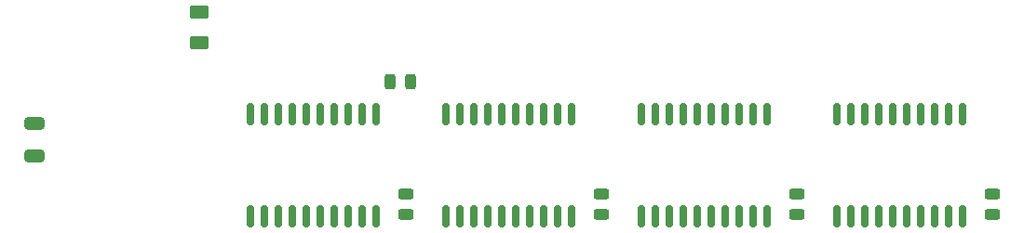
<source format=gbr>
%TF.GenerationSoftware,KiCad,Pcbnew,(6.0.0)*%
%TF.CreationDate,2022-06-25T21:25:22+02:00*%
%TF.ProjectId,active3-rpi-hub75-adapter,61637469-7665-4332-9d72-70692d687562,rev?*%
%TF.SameCoordinates,Original*%
%TF.FileFunction,Paste,Top*%
%TF.FilePolarity,Positive*%
%FSLAX46Y46*%
G04 Gerber Fmt 4.6, Leading zero omitted, Abs format (unit mm)*
G04 Created by KiCad (PCBNEW (6.0.0)) date 2022-06-25 21:25:22*
%MOMM*%
%LPD*%
G01*
G04 APERTURE LIST*
G04 Aperture macros list*
%AMRoundRect*
0 Rectangle with rounded corners*
0 $1 Rounding radius*
0 $2 $3 $4 $5 $6 $7 $8 $9 X,Y pos of 4 corners*
0 Add a 4 corners polygon primitive as box body*
4,1,4,$2,$3,$4,$5,$6,$7,$8,$9,$2,$3,0*
0 Add four circle primitives for the rounded corners*
1,1,$1+$1,$2,$3*
1,1,$1+$1,$4,$5*
1,1,$1+$1,$6,$7*
1,1,$1+$1,$8,$9*
0 Add four rect primitives between the rounded corners*
20,1,$1+$1,$2,$3,$4,$5,0*
20,1,$1+$1,$4,$5,$6,$7,0*
20,1,$1+$1,$6,$7,$8,$9,0*
20,1,$1+$1,$8,$9,$2,$3,0*%
G04 Aperture macros list end*
%ADD10RoundRect,0.243750X0.456250X-0.243750X0.456250X0.243750X-0.456250X0.243750X-0.456250X-0.243750X0*%
%ADD11RoundRect,0.243750X-0.243750X-0.456250X0.243750X-0.456250X0.243750X0.456250X-0.243750X0.456250X0*%
%ADD12RoundRect,0.250000X0.625000X-0.375000X0.625000X0.375000X-0.625000X0.375000X-0.625000X-0.375000X0*%
%ADD13RoundRect,0.150000X-0.150000X0.875000X-0.150000X-0.875000X0.150000X-0.875000X0.150000X0.875000X0*%
%ADD14RoundRect,0.250000X-0.650000X0.325000X-0.650000X-0.325000X0.650000X-0.325000X0.650000X0.325000X0*%
G04 APERTURE END LIST*
D10*
%TO.C,C1*%
X106172000Y-58849500D03*
X106172000Y-56974500D03*
%TD*%
%TO.C,C2*%
X123952000Y-58849500D03*
X123952000Y-56974500D03*
%TD*%
%TO.C,C3*%
X141732000Y-58849500D03*
X141732000Y-56974500D03*
%TD*%
D11*
%TO.C,R1*%
X104726500Y-46736000D03*
X106601500Y-46736000D03*
%TD*%
D12*
%TO.C,C6*%
X87376000Y-43183000D03*
X87376000Y-40383000D03*
%TD*%
D13*
%TO.C,U1*%
X103505000Y-49706000D03*
X102235000Y-49706000D03*
X100965000Y-49706000D03*
X99695000Y-49706000D03*
X98425000Y-49706000D03*
X97155000Y-49706000D03*
X95885000Y-49706000D03*
X94615000Y-49706000D03*
X93345000Y-49706000D03*
X92075000Y-49706000D03*
X92075000Y-59006000D03*
X93345000Y-59006000D03*
X94615000Y-59006000D03*
X95885000Y-59006000D03*
X97155000Y-59006000D03*
X98425000Y-59006000D03*
X99695000Y-59006000D03*
X100965000Y-59006000D03*
X102235000Y-59006000D03*
X103505000Y-59006000D03*
%TD*%
%TO.C,U2*%
X121285000Y-49706000D03*
X120015000Y-49706000D03*
X118745000Y-49706000D03*
X117475000Y-49706000D03*
X116205000Y-49706000D03*
X114935000Y-49706000D03*
X113665000Y-49706000D03*
X112395000Y-49706000D03*
X111125000Y-49706000D03*
X109855000Y-49706000D03*
X109855000Y-59006000D03*
X111125000Y-59006000D03*
X112395000Y-59006000D03*
X113665000Y-59006000D03*
X114935000Y-59006000D03*
X116205000Y-59006000D03*
X117475000Y-59006000D03*
X118745000Y-59006000D03*
X120015000Y-59006000D03*
X121285000Y-59006000D03*
%TD*%
%TO.C,U3*%
X139065000Y-49706000D03*
X137795000Y-49706000D03*
X136525000Y-49706000D03*
X135255000Y-49706000D03*
X133985000Y-49706000D03*
X132715000Y-49706000D03*
X131445000Y-49706000D03*
X130175000Y-49706000D03*
X128905000Y-49706000D03*
X127635000Y-49706000D03*
X127635000Y-59006000D03*
X128905000Y-59006000D03*
X130175000Y-59006000D03*
X131445000Y-59006000D03*
X132715000Y-59006000D03*
X133985000Y-59006000D03*
X135255000Y-59006000D03*
X136525000Y-59006000D03*
X137795000Y-59006000D03*
X139065000Y-59006000D03*
%TD*%
%TO.C,U4*%
X156845000Y-49706000D03*
X155575000Y-49706000D03*
X154305000Y-49706000D03*
X153035000Y-49706000D03*
X151765000Y-49706000D03*
X150495000Y-49706000D03*
X149225000Y-49706000D03*
X147955000Y-49706000D03*
X146685000Y-49706000D03*
X145415000Y-49706000D03*
X145415000Y-59006000D03*
X146685000Y-59006000D03*
X147955000Y-59006000D03*
X149225000Y-59006000D03*
X150495000Y-59006000D03*
X151765000Y-59006000D03*
X153035000Y-59006000D03*
X154305000Y-59006000D03*
X155575000Y-59006000D03*
X156845000Y-59006000D03*
%TD*%
D10*
%TO.C,C4*%
X159512000Y-58849500D03*
X159512000Y-56974500D03*
%TD*%
D14*
%TO.C,C8*%
X72390000Y-50550000D03*
X72390000Y-53500000D03*
%TD*%
M02*

</source>
